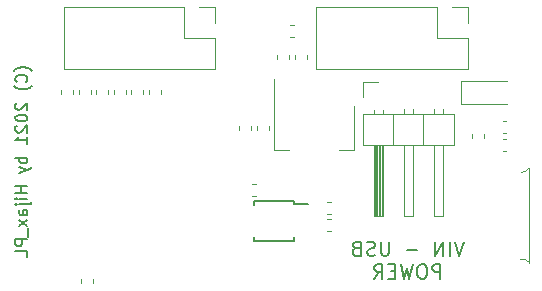
<source format=gbo>
%TF.GenerationSoftware,KiCad,Pcbnew,(5.99.0-8442-g3b424d3868)*%
%TF.CreationDate,2021-01-17T12:52:20+01:00*%
%TF.ProjectId,WiFi-Addon,57694669-2d41-4646-946f-6e2e6b696361,rev?*%
%TF.SameCoordinates,PX160b110PY9be08a8*%
%TF.FileFunction,Legend,Bot*%
%TF.FilePolarity,Positive*%
%FSLAX46Y46*%
G04 Gerber Fmt 4.6, Leading zero omitted, Abs format (unit mm)*
G04 Created by KiCad (PCBNEW (5.99.0-8442-g3b424d3868)) date 2021-01-17 12:52:20*
%MOMM*%
%LPD*%
G01*
G04 APERTURE LIST*
%ADD10C,0.150000*%
%ADD11C,0.120000*%
%ADD12C,0.100000*%
%ADD13O,1.700000X1.700000*%
%ADD14R,1.700000X1.700000*%
%ADD15R,0.950000X0.875000*%
%ADD16C,1.448000*%
%ADD17R,3.000000X0.127000*%
%ADD18R,0.127000X3.000000*%
%ADD19R,0.875000X0.950000*%
%ADD20R,1.400000X0.300000*%
%ADD21R,0.900000X1.200000*%
%ADD22C,0.500000*%
%ADD23R,1.350000X0.400000*%
%ADD24R,1.900000X1.900000*%
%ADD25R,1.900000X1.800000*%
%ADD26R,1.500000X2.000000*%
%ADD27R,3.800000X2.000000*%
G04 APERTURE END LIST*
D10*
X43337428Y46072143D02*
X42937428Y44872143D01*
X42537428Y46072143D01*
X42137428Y44872143D02*
X42137428Y46072143D01*
X41566000Y44872143D02*
X41566000Y46072143D01*
X40880285Y44872143D01*
X40880285Y46072143D01*
X39394571Y45329286D02*
X38480285Y45329286D01*
X36994571Y46072143D02*
X36994571Y45100715D01*
X36937428Y44986429D01*
X36880285Y44929286D01*
X36766000Y44872143D01*
X36537428Y44872143D01*
X36423142Y44929286D01*
X36366000Y44986429D01*
X36308857Y45100715D01*
X36308857Y46072143D01*
X35794571Y44929286D02*
X35623142Y44872143D01*
X35337428Y44872143D01*
X35223142Y44929286D01*
X35166000Y44986429D01*
X35108857Y45100715D01*
X35108857Y45215000D01*
X35166000Y45329286D01*
X35223142Y45386429D01*
X35337428Y45443572D01*
X35566000Y45500715D01*
X35680285Y45557858D01*
X35737428Y45615000D01*
X35794571Y45729286D01*
X35794571Y45843572D01*
X35737428Y45957858D01*
X35680285Y46015000D01*
X35566000Y46072143D01*
X35280285Y46072143D01*
X35108857Y46015000D01*
X34194571Y45500715D02*
X34023142Y45443572D01*
X33966000Y45386429D01*
X33908857Y45272143D01*
X33908857Y45100715D01*
X33966000Y44986429D01*
X34023142Y44929286D01*
X34137428Y44872143D01*
X34594571Y44872143D01*
X34594571Y46072143D01*
X34194571Y46072143D01*
X34080285Y46015000D01*
X34023142Y45957858D01*
X33966000Y45843572D01*
X33966000Y45729286D01*
X34023142Y45615000D01*
X34080285Y45557858D01*
X34194571Y45500715D01*
X34594571Y45500715D01*
X41337428Y42940143D02*
X41337428Y44140143D01*
X40880285Y44140143D01*
X40766000Y44083000D01*
X40708857Y44025858D01*
X40651714Y43911572D01*
X40651714Y43740143D01*
X40708857Y43625858D01*
X40766000Y43568715D01*
X40880285Y43511572D01*
X41337428Y43511572D01*
X39908857Y44140143D02*
X39680285Y44140143D01*
X39566000Y44083000D01*
X39451714Y43968715D01*
X39394571Y43740143D01*
X39394571Y43340143D01*
X39451714Y43111572D01*
X39566000Y42997286D01*
X39680285Y42940143D01*
X39908857Y42940143D01*
X40023142Y42997286D01*
X40137428Y43111572D01*
X40194571Y43340143D01*
X40194571Y43740143D01*
X40137428Y43968715D01*
X40023142Y44083000D01*
X39908857Y44140143D01*
X38994571Y44140143D02*
X38708857Y42940143D01*
X38480285Y43797286D01*
X38251714Y42940143D01*
X37966000Y44140143D01*
X37508857Y43568715D02*
X37108857Y43568715D01*
X36937428Y42940143D02*
X37508857Y42940143D01*
X37508857Y44140143D01*
X36937428Y44140143D01*
X35737428Y42940143D02*
X36137428Y43511572D01*
X36423142Y42940143D02*
X36423142Y44140143D01*
X35966000Y44140143D01*
X35851714Y44083000D01*
X35794571Y44025858D01*
X35737428Y43911572D01*
X35737428Y43740143D01*
X35794571Y43625858D01*
X35851714Y43568715D01*
X35966000Y43511572D01*
X36423142Y43511572D01*
X6739333Y60545667D02*
X6691714Y60593286D01*
X6548857Y60688524D01*
X6453619Y60736143D01*
X6310761Y60783762D01*
X6072666Y60831381D01*
X5882190Y60831381D01*
X5644095Y60783762D01*
X5501238Y60736143D01*
X5406000Y60688524D01*
X5263142Y60593286D01*
X5215523Y60545667D01*
X6263142Y59593286D02*
X6310761Y59640905D01*
X6358380Y59783762D01*
X6358380Y59879000D01*
X6310761Y60021858D01*
X6215523Y60117096D01*
X6120285Y60164715D01*
X5929809Y60212334D01*
X5786952Y60212334D01*
X5596476Y60164715D01*
X5501238Y60117096D01*
X5406000Y60021858D01*
X5358380Y59879000D01*
X5358380Y59783762D01*
X5406000Y59640905D01*
X5453619Y59593286D01*
X6739333Y59259953D02*
X6691714Y59212334D01*
X6548857Y59117096D01*
X6453619Y59069477D01*
X6310761Y59021858D01*
X6072666Y58974239D01*
X5882190Y58974239D01*
X5644095Y59021858D01*
X5501238Y59069477D01*
X5406000Y59117096D01*
X5263142Y59212334D01*
X5215523Y59259953D01*
X5453619Y57783762D02*
X5406000Y57736143D01*
X5358380Y57640905D01*
X5358380Y57402810D01*
X5406000Y57307572D01*
X5453619Y57259953D01*
X5548857Y57212334D01*
X5644095Y57212334D01*
X5786952Y57259953D01*
X6358380Y57831381D01*
X6358380Y57212334D01*
X5358380Y56593286D02*
X5358380Y56498048D01*
X5406000Y56402810D01*
X5453619Y56355191D01*
X5548857Y56307572D01*
X5739333Y56259953D01*
X5977428Y56259953D01*
X6167904Y56307572D01*
X6263142Y56355191D01*
X6310761Y56402810D01*
X6358380Y56498048D01*
X6358380Y56593286D01*
X6310761Y56688524D01*
X6263142Y56736143D01*
X6167904Y56783762D01*
X5977428Y56831381D01*
X5739333Y56831381D01*
X5548857Y56783762D01*
X5453619Y56736143D01*
X5406000Y56688524D01*
X5358380Y56593286D01*
X5453619Y55879000D02*
X5406000Y55831381D01*
X5358380Y55736143D01*
X5358380Y55498048D01*
X5406000Y55402810D01*
X5453619Y55355191D01*
X5548857Y55307572D01*
X5644095Y55307572D01*
X5786952Y55355191D01*
X6358380Y55926620D01*
X6358380Y55307572D01*
X6358380Y54355191D02*
X6358380Y54926620D01*
X6358380Y54640905D02*
X5358380Y54640905D01*
X5501238Y54736143D01*
X5596476Y54831381D01*
X5644095Y54926620D01*
X6358380Y53164715D02*
X5358380Y53164715D01*
X5739333Y53164715D02*
X5691714Y53069477D01*
X5691714Y52879001D01*
X5739333Y52783762D01*
X5786952Y52736143D01*
X5882190Y52688524D01*
X6167904Y52688524D01*
X6263142Y52736143D01*
X6310761Y52783762D01*
X6358380Y52879000D01*
X6358380Y53069477D01*
X6310761Y53164715D01*
X5691714Y52355191D02*
X6358380Y52117096D01*
X5691714Y51879000D02*
X6358380Y52117096D01*
X6596476Y52212334D01*
X6644095Y52259953D01*
X6691714Y52355191D01*
X6358380Y50736143D02*
X5358380Y50736143D01*
X5834571Y50736143D02*
X5834571Y50164715D01*
X6358380Y50164715D02*
X5358380Y50164715D01*
X6358380Y49688524D02*
X5691714Y49688524D01*
X5358380Y49688524D02*
X5406000Y49736143D01*
X5453619Y49688524D01*
X5406000Y49640905D01*
X5358380Y49688524D01*
X5453619Y49688524D01*
X5691714Y49212334D02*
X6548857Y49212334D01*
X6644095Y49259953D01*
X6691714Y49355191D01*
X6691714Y49402810D01*
X5358380Y49212334D02*
X5406000Y49259953D01*
X5453619Y49212334D01*
X5406000Y49164715D01*
X5358380Y49212334D01*
X5453619Y49212334D01*
X6358380Y48307572D02*
X5834571Y48307572D01*
X5739333Y48355191D01*
X5691714Y48450429D01*
X5691714Y48640905D01*
X5739333Y48736143D01*
X6310761Y48307572D02*
X6358380Y48402810D01*
X6358380Y48640905D01*
X6310761Y48736143D01*
X6215523Y48783762D01*
X6120285Y48783762D01*
X6025047Y48736143D01*
X5977428Y48640905D01*
X5977428Y48402810D01*
X5929809Y48307572D01*
X6358380Y47926620D02*
X5691714Y47402810D01*
X5691714Y47926620D02*
X6358380Y47402810D01*
X6453619Y47259953D02*
X6453619Y46498048D01*
X6358380Y46259953D02*
X5358380Y46259953D01*
X5358380Y45879000D01*
X5406000Y45783762D01*
X5453619Y45736143D01*
X5548857Y45688524D01*
X5691714Y45688524D01*
X5786952Y45736143D01*
X5834571Y45783762D01*
X5882190Y45879000D01*
X5882190Y46259953D01*
X6358380Y44783762D02*
X6358380Y45259953D01*
X5358380Y45259953D01*
D11*
X34816000Y59589000D02*
X34816000Y58319000D01*
X36086000Y59589000D02*
X34816000Y59589000D01*
X41546000Y57276071D02*
X41546000Y56879000D01*
X40786000Y57276071D02*
X40786000Y56879000D01*
X41546000Y48219000D02*
X41546000Y54219000D01*
X40786000Y48219000D02*
X41546000Y48219000D01*
X40786000Y54219000D02*
X40786000Y48219000D01*
X39896000Y56879000D02*
X39896000Y54219000D01*
X39006000Y57276071D02*
X39006000Y56879000D01*
X38246000Y57276071D02*
X38246000Y56879000D01*
X39006000Y48219000D02*
X39006000Y54219000D01*
X38246000Y48219000D02*
X39006000Y48219000D01*
X38246000Y54219000D02*
X38246000Y48219000D01*
X37356000Y56879000D02*
X37356000Y54219000D01*
X36466000Y57209000D02*
X36466000Y56879000D01*
X35706000Y57209000D02*
X35706000Y56879000D01*
X36366000Y54219000D02*
X36366000Y48219000D01*
X36246000Y54219000D02*
X36246000Y48219000D01*
X36126000Y54219000D02*
X36126000Y48219000D01*
X36006000Y54219000D02*
X36006000Y48219000D01*
X35886000Y54219000D02*
X35886000Y48219000D01*
X35766000Y54219000D02*
X35766000Y48219000D01*
X36466000Y48219000D02*
X36466000Y54219000D01*
X35706000Y48219000D02*
X36466000Y48219000D01*
X35706000Y54219000D02*
X35706000Y48219000D01*
X34756000Y54219000D02*
X34756000Y56879000D01*
X42496000Y54219000D02*
X34756000Y54219000D01*
X42496000Y56879000D02*
X42496000Y54219000D01*
X34756000Y56879000D02*
X42496000Y56879000D01*
X43642800Y60719000D02*
X30822800Y60719000D01*
X43642800Y65919000D02*
X42312800Y65919000D01*
X41042800Y63319000D02*
X41042800Y65919000D01*
X30822800Y60719000D02*
X30822800Y65919000D01*
X43642800Y64589000D02*
X43642800Y65919000D01*
X43642800Y63319000D02*
X41042800Y63319000D01*
X41042800Y65919000D02*
X30822800Y65919000D01*
X43642800Y60719000D02*
X43642800Y63319000D01*
X22256000Y64589000D02*
X22256000Y65919000D01*
X22256000Y65919000D02*
X20926000Y65919000D01*
X22256000Y63319000D02*
X19656000Y63319000D01*
X9436000Y60719000D02*
X9436000Y65919000D01*
X22256000Y60719000D02*
X22256000Y63319000D01*
X19656000Y65919000D02*
X9436000Y65919000D01*
X22256000Y60719000D02*
X9436000Y60719000D01*
X19656000Y63319000D02*
X19656000Y65919000D01*
X10906000Y42861779D02*
X10906000Y42536221D01*
X11926000Y42861779D02*
X11926000Y42536221D01*
X16636000Y58891779D02*
X16636000Y58566221D01*
X17656000Y58891779D02*
X17656000Y58566221D01*
X14686000Y58576221D02*
X14686000Y58901779D01*
X13666000Y58576221D02*
X13666000Y58901779D01*
X28986000Y61516221D02*
X28986000Y61841779D01*
X30006000Y61516221D02*
X30006000Y61841779D01*
X28948779Y63409000D02*
X28623221Y63409000D01*
X28948779Y64429000D02*
X28623221Y64429000D01*
D10*
X28921000Y46144000D02*
X25571000Y46144000D01*
X28921000Y49494000D02*
X25571000Y49494000D01*
X28921000Y49494000D02*
X28921000Y49269000D01*
X28921000Y46144000D02*
X28921000Y46444000D01*
X28921000Y49269000D02*
X30146000Y49269000D01*
X25571000Y46144000D02*
X25571000Y46444000D01*
X25571000Y49494000D02*
X25571000Y49194000D01*
D11*
X44026000Y54866221D02*
X44026000Y55191779D01*
X45046000Y54866221D02*
X45046000Y55191779D01*
X10266000Y58576221D02*
X10266000Y58901779D01*
X9246000Y58576221D02*
X9246000Y58901779D01*
X27506000Y61516221D02*
X27506000Y61841779D01*
X28526000Y61516221D02*
X28526000Y61841779D01*
X32048779Y48429000D02*
X31723221Y48429000D01*
X32048779Y49449000D02*
X31723221Y49449000D01*
X43046000Y57699000D02*
X46946000Y57699000D01*
X43046000Y59699000D02*
X46946000Y59699000D01*
X43046000Y57699000D02*
X43046000Y59699000D01*
D12*
X48826800Y52284400D02*
X48826800Y44284400D01*
X48803034Y44335222D02*
G75*
G03*
X48076801Y44584399I-526234J-350822D01*
G01*
X48176800Y51921184D02*
G75*
G03*
X48826799Y52284401I0J763216D01*
G01*
D11*
X32048779Y46959000D02*
X31723221Y46959000D01*
X32048779Y47979000D02*
X31723221Y47979000D01*
X16156000Y58576221D02*
X16156000Y58901779D01*
X15136000Y58576221D02*
X15136000Y58901779D01*
X46928779Y53779000D02*
X46603221Y53779000D01*
X46928779Y54799000D02*
X46603221Y54799000D01*
X24276000Y55536221D02*
X24276000Y55861779D01*
X25296000Y55536221D02*
X25296000Y55861779D01*
X25738779Y49939000D02*
X25413221Y49939000D01*
X25738779Y50959000D02*
X25413221Y50959000D01*
X11736000Y58576221D02*
X11736000Y58901779D01*
X10716000Y58576221D02*
X10716000Y58901779D01*
X12186000Y58576221D02*
X12186000Y58901779D01*
X13206000Y58576221D02*
X13206000Y58901779D01*
X46928779Y56279000D02*
X46603221Y56279000D01*
X46928779Y55259000D02*
X46603221Y55259000D01*
X26796000Y55536221D02*
X26796000Y55861779D01*
X25776000Y55536221D02*
X25776000Y55861779D01*
X27216000Y53799000D02*
X28476000Y53799000D01*
X34036000Y57559000D02*
X34036000Y53799000D01*
X34036000Y53799000D02*
X32776000Y53799000D01*
X27216000Y59809000D02*
X27216000Y53799000D01*
%LPC*%
D13*
X41166000Y58319000D03*
X38626000Y58319000D03*
D14*
X36086000Y58319000D03*
X42312800Y64589000D03*
D13*
X42312800Y62049000D03*
X39772800Y64589000D03*
X39772800Y62049000D03*
X37232800Y64589000D03*
X37232800Y62049000D03*
X34692800Y64589000D03*
X34692800Y62049000D03*
X32152800Y64589000D03*
X32152800Y62049000D03*
D14*
X20926000Y64589000D03*
D13*
X20926000Y62049000D03*
X18386000Y64589000D03*
X18386000Y62049000D03*
X15846000Y64589000D03*
X15846000Y62049000D03*
X13306000Y64589000D03*
X13306000Y62049000D03*
X10766000Y64589000D03*
X10766000Y62049000D03*
D15*
X11416000Y43486500D03*
X11416000Y41911500D03*
X17146000Y59516500D03*
X17146000Y57941500D03*
D16*
X46686000Y42209000D03*
D17*
X44346000Y42439000D03*
D18*
X44346000Y42439000D03*
D15*
X14176000Y57951500D03*
X14176000Y59526500D03*
X29496000Y60891500D03*
X29496000Y62466500D03*
D19*
X29573500Y63919000D03*
X27998500Y63919000D03*
D20*
X29446000Y48819000D03*
X29446000Y48319000D03*
X29446000Y47819000D03*
X29446000Y47319000D03*
X29446000Y46819000D03*
X25046000Y46819000D03*
X25046000Y47319000D03*
X25046000Y47819000D03*
X25046000Y48319000D03*
X25046000Y48819000D03*
D15*
X44536000Y54241500D03*
X44536000Y55816500D03*
X9756000Y57951500D03*
X9756000Y59526500D03*
X28016000Y60891500D03*
X28016000Y62466500D03*
D19*
X32673500Y48939000D03*
X31098500Y48939000D03*
D21*
X43646000Y58699000D03*
X46946000Y58699000D03*
D22*
X44526800Y46284400D03*
X44526800Y50284400D03*
D23*
X44001800Y49584400D03*
X44001800Y48934400D03*
X44001800Y48284400D03*
X44001800Y47634400D03*
X44001800Y46984400D03*
D24*
X46676800Y49484400D03*
D25*
X46676800Y52284400D03*
X46676800Y44284400D03*
D24*
X46676800Y47084400D03*
D19*
X32673500Y47469000D03*
X31098500Y47469000D03*
D15*
X15646000Y57951500D03*
X15646000Y59526500D03*
D19*
X47553500Y54289000D03*
X45978500Y54289000D03*
D16*
X5946000Y62369000D03*
D15*
X24786000Y54911500D03*
X24786000Y56486500D03*
D19*
X26363500Y50449000D03*
X24788500Y50449000D03*
D18*
X7126000Y64449000D03*
D17*
X7126000Y64449000D03*
D15*
X11226000Y57951500D03*
X11226000Y59526500D03*
X12696000Y57951500D03*
X12696000Y59526500D03*
D19*
X47553500Y55769000D03*
X45978500Y55769000D03*
D15*
X26286000Y54911500D03*
X26286000Y56486500D03*
D26*
X28326000Y58859000D03*
D27*
X30626000Y52559000D03*
D26*
X30626000Y58859000D03*
X32926000Y58859000D03*
M02*

</source>
